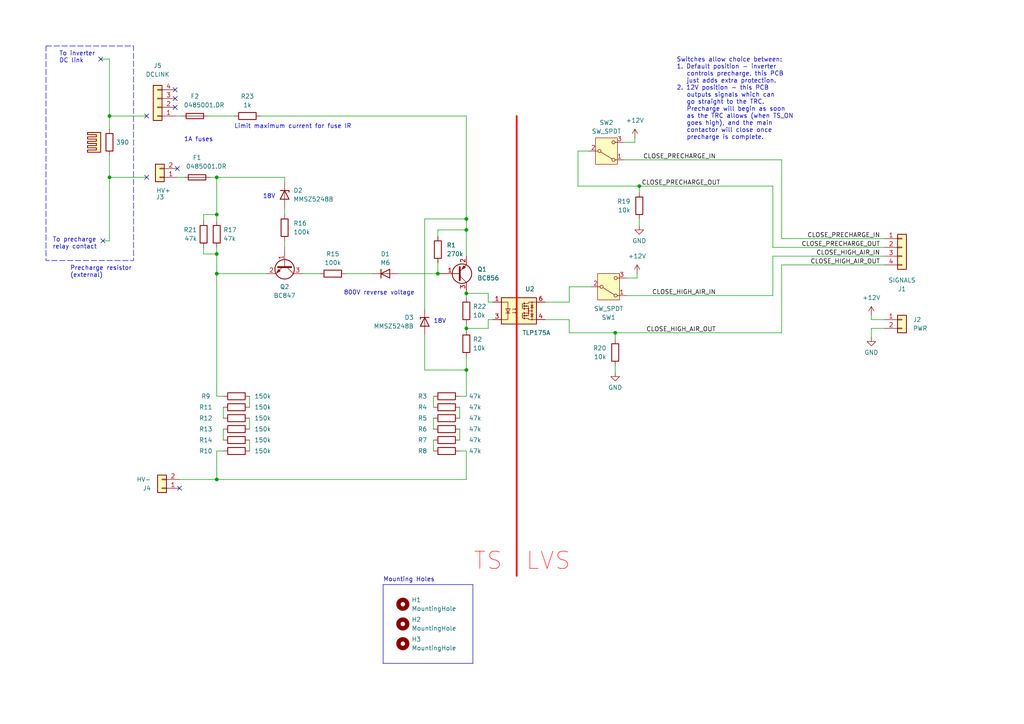
<source format=kicad_sch>
(kicad_sch (version 20230121) (generator eeschema)
  (paper "A4")
  (title_block (title "Precharge") (date "2024-03-19") (rev "v1.0.1") (company "SUFST - Southampton University Formula Student Team") (comment 1 "STAG X") (comment 2 "Joe Pater"))
  (lib_symbols
    (symbol "Connector_Generic:Conn_01x02" (pin_names (offset 1.016) hide)
      (property "Reference" "J" (at 0 2.54 0))
      (property "Value" "Conn_01x02" (at 0 -5.08 0))
      (symbol "Conn_01x02_1_1"
        (rectangle (start -1.27 -2.413) (end 0 -2.667) (stroke (width 0.1524)))
        (rectangle (start -1.27 0.127) (end 0 -0.127) (stroke (width 0.1524)))
        (rectangle (start -1.27 1.27) (end 1.27 -3.81) (stroke (width 0.254)) (fill (type background)))
        (pin passive line (at -5.08 0 0) (length 3.81) (name "Pin_1") (number "1"))
        (pin passive line (at -5.08 -2.54 0) (length 3.81) (name "Pin_2") (number "2"))
      )
    )
    (symbol "Connector_Generic:Conn_01x04" (pin_names (offset 1.016) hide)
      (property "Reference" "J" (at 0 5.08 0))
      (property "Value" "Conn_01x04" (at 0 -7.62 0))
      (symbol "Conn_01x04_1_1"
        (rectangle (start -1.27 -4.953) (end 0 -5.207) (stroke (width 0.1524)))
        (rectangle (start -1.27 -2.413) (end 0 -2.667) (stroke (width 0.1524)))
        (rectangle (start -1.27 0.127) (end 0 -0.127) (stroke (width 0.1524)))
        (rectangle (start -1.27 2.667) (end 0 2.413) (stroke (width 0.1524)))
        (rectangle (start -1.27 3.81) (end 1.27 -6.35) (stroke (width 0.254)) (fill (type background)))
        (pin passive line (at -5.08 2.54 0) (length 3.81) (name "Pin_1") (number "1"))
        (pin passive line (at -5.08 0 0) (length 3.81) (name "Pin_2") (number "2"))
        (pin passive line (at -5.08 -2.54 0) (length 3.81) (name "Pin_3") (number "3"))
        (pin passive line (at -5.08 -5.08 0) (length 3.81) (name "Pin_4") (number "4"))
      )
    )
    (symbol "Device:D" (pin_numbers hide) (pin_names (offset 1.016) hide)
      (property "Reference" "D" (at 0 2.54 0))
      (property "Value" "D" (at 0 -2.54 0))
      (symbol "D_0_1"
        (polyline (pts (xy -1.27 1.27) (xy -1.27 -1.27)) (stroke (width 0.254)))
        (polyline (pts (xy 1.27 0) (xy -1.27 0)))
        (polyline (pts (xy 1.27 1.27) (xy 1.27 -1.27) (xy -1.27 0) (xy 1.27 1.27)) (stroke (width 0.254)))
      )
      (symbol "D_1_1"
        (pin passive line (at -3.81 0 0) (length 2.54) (name "K") (number "1"))
        (pin passive line (at 3.81 0 180) (length 2.54) (name "A") (number "2"))
      )
    )
    (symbol "Device:D_Zener" (pin_numbers hide) (pin_names (offset 1.016) hide)
      (property "Reference" "D" (at 0 2.54 0))
      (property "Value" "D_Zener" (at 0 -2.54 0))
      (symbol "D_Zener_0_1"
        (polyline (pts (xy 1.27 0) (xy -1.27 0)))
        (polyline (pts (xy -1.27 -1.27) (xy -1.27 1.27) (xy -0.762 1.27)) (stroke (width 0.254)))
        (polyline (pts (xy 1.27 -1.27) (xy 1.27 1.27) (xy -1.27 0) (xy 1.27 -1.27)) (stroke (width 0.254)))
      )
      (symbol "D_Zener_1_1"
        (pin passive line (at -3.81 0 0) (length 2.54) (name "K") (number "1"))
        (pin passive line (at 3.81 0 180) (length 2.54) (name "A") (number "2"))
      )
    )
    (symbol "Device:Fuse" (pin_numbers hide) (pin_names (offset 0))
      (property "Reference" "F" (at 2.032 0 90))
      (property "Value" "Fuse" (at -1.905 0 90))
      (symbol "Fuse_0_1"
        (rectangle (start -0.762 -2.54) (end 0.762 2.54) (stroke (width 0.254)))
        (polyline (pts (xy 0 2.54) (xy 0 -2.54)))
      )
      (symbol "Fuse_1_1"
        (pin passive line (at 0 3.81 270) (length 1.27) (name "~") (number "1"))
        (pin passive line (at 0 -3.81 90) (length 1.27) (name "~") (number "2"))
      )
    )
    (symbol "Device:R" (pin_numbers hide) (pin_names (offset 0))
      (property "Reference" "R" (at 2.032 0 90))
      (property "Value" "R" (at 0 0 90))
      (symbol "R_0_1"
        (rectangle (start -1.016 -2.54) (end 1.016 2.54) (stroke (width 0.254)))
      )
      (symbol "R_1_1"
        (pin passive line (at 0 3.81 270) (length 1.27) (name "~") (number "1"))
        (pin passive line (at 0 -3.81 90) (length 1.27) (name "~") (number "2"))
      )
    )
    (symbol "Mechanical:Heatsink" (pin_names (offset 1.016))
      (property "Reference" "HS" (at 0 5.08 0))
      (property "Value" "Heatsink" (at 0 -1.27 0))
      (symbol "Heatsink_0_1"
        (polyline (pts (xy -0.3302 1.27) (xy -0.9652 1.27) (xy -0.9652 3.81) (xy -1.6002 3.81) (xy -1.6002 1.27) (xy -2.2352 1.27) (xy -2.2352 3.81) (xy -2.8702 3.81) (xy -2.8702 0) (xy -0.9652 0)) (stroke (width 0.254)) (fill (type background)))
        (polyline (pts (xy -0.3302 1.27) (xy -0.3302 3.81) (xy 0.3048 3.81) (xy 0.3048 1.27) (xy 0.9398 1.27) (xy 0.9398 3.81) (xy 1.5748 3.81) (xy 1.5748 1.27) (xy 2.2098 1.27) (xy 2.2098 3.81) (xy 2.8448 3.81) (xy 2.8448 0) (xy -0.9652 0)) (stroke (width 0.254)) (fill (type background)))
      )
    )
    (symbol "Mechanical:MountingHole" (pin_names (offset 1.016))
      (property "Reference" "H" (at 0 5.08 0))
      (property "Value" "MountingHole" (at 0 3.175 0))
      (symbol "MountingHole_0_1"
        (circle (center 0 0) (radius 1.27) (stroke (width 1.27)))
      )
    )
    (symbol "Relay_SolidState:TLP175A"
      (property "Reference" "U" (at -5.08 4.953 0))
      (property "Value" "TLP175A" (at -5.08 -5.08 0))
      (symbol "TLP175A_0_1"
        (rectangle (start -5.08 3.81) (end 5.08 -3.81) (stroke (width 0.254)) (fill (type background)))
        (polyline (pts (xy -3.81 -0.635) (xy -2.54 -0.635)))
        (polyline (pts (xy 1.016 -0.635) (xy 1.016 -2.159)) (stroke (width 0.2032)))
        (polyline (pts (xy 1.016 2.159) (xy 1.016 0.635)) (stroke (width 0.2032)))
        (polyline (pts (xy 1.524 -0.508) (xy 1.524 -0.762)) (stroke (width 0.3556)))
        (polyline (pts (xy 2.794 0) (xy 3.81 0)))
        (polyline (pts (xy 3.429 -1.651) (xy 4.191 -1.651)))
        (polyline (pts (xy 3.429 1.651) (xy 4.191 1.651)))
        (polyline (pts (xy 3.81 -2.54) (xy 3.81 2.54)))
        (polyline (pts (xy 1.524 -2.032) (xy 1.524 -2.286) (xy 1.524 -2.286)) (stroke (width 0.3556)))
        (polyline (pts (xy 1.524 -1.27) (xy 1.524 -1.524) (xy 1.524 -1.524)) (stroke (width 0.3556)))
        (polyline (pts (xy 1.524 0.762) (xy 1.524 0.508) (xy 1.524 0.508)) (stroke (width 0.3556)))
        (polyline (pts (xy 1.524 1.524) (xy 1.524 1.27) (xy 1.524 1.27)) (stroke (width 0.3556)))
        (polyline (pts (xy 1.524 2.286) (xy 1.524 2.032) (xy 1.524 2.032)) (stroke (width 0.3556)))
        (polyline (pts (xy 1.651 -1.397) (xy 2.794 -1.397) (xy 2.794 -0.635)))
        (polyline (pts (xy 1.651 1.397) (xy 2.794 1.397) (xy 2.794 0.635)))
        (polyline (pts (xy -5.08 2.54) (xy -3.175 2.54) (xy -3.175 -2.54) (xy -5.08 -2.54)))
        (polyline (pts (xy -3.175 -0.635) (xy -3.81 0.635) (xy -2.54 0.635) (xy -3.175 -0.635)))
        (polyline (pts (xy 1.651 -2.159) (xy 2.794 -2.159) (xy 2.794 -2.54) (xy 5.08 -2.54)))
        (polyline (pts (xy 1.651 -0.635) (xy 2.794 -0.635) (xy 2.794 0.635) (xy 1.651 0.635)))
        (polyline (pts (xy 1.651 2.159) (xy 2.794 2.159) (xy 2.794 2.54) (xy 5.08 2.54)))
        (polyline (pts (xy 1.778 -1.397) (xy 2.286 -1.27) (xy 2.286 -1.524) (xy 1.778 -1.397)))
        (polyline (pts (xy 1.778 1.397) (xy 2.286 1.524) (xy 2.286 1.27) (xy 1.778 1.397)))
        (polyline (pts (xy 3.81 -1.651) (xy 3.429 -0.889) (xy 4.191 -0.889) (xy 3.81 -1.651)))
        (polyline (pts (xy 3.81 1.651) (xy 3.429 0.889) (xy 4.191 0.889) (xy 3.81 1.651)))
        (polyline (pts (xy -1.905 -0.508) (xy -0.635 -0.508) (xy -1.016 -0.635) (xy -1.016 -0.381) (xy -0.635 -0.508)))
        (polyline (pts (xy -1.905 0.508) (xy -0.635 0.508) (xy -1.016 0.381) (xy -1.016 0.635) (xy -0.635 0.508)))
        (circle (center 2.794 -0.635) (radius 0.127))
        (circle (center 2.794 0) (radius 0.127))
        (circle (center 2.794 0.635) (radius 0.127))
        (circle (center 3.81 -2.54) (radius 0.127))
        (circle (center 3.81 0) (radius 0.127))
        (circle (center 3.81 2.54) (radius 0.127))
      )
      (symbol "TLP175A_1_1"
        (pin passive line (at -7.62 2.54 0) (length 2.54) (name "~") (number "1"))
        (pin passive line (at -7.62 -2.54 0) (length 2.54) (name "~") (number "3"))
        (pin passive line (at 7.62 -2.54 180) (length 2.54) (name "~") (number "4"))
        (pin passive line (at 7.62 2.54 180) (length 2.54) (name "~") (number "6"))
      )
    )
    (symbol "Switch:SW_SPDT" (pin_names (offset 0) hide)
      (property "Reference" "SW" (at 0 5.08 0))
      (property "Value" "SW_SPDT" (at 0 -5.08 0))
      (symbol "SW_SPDT_0_1"
        (circle (center -2.032 0) (radius 0.4572))
        (polyline (pts (xy -1.651 0.254) (xy 1.651 2.286)))
        (circle (center 2.032 -2.54) (radius 0.4572))
        (circle (center 2.032 2.54) (radius 0.4572))
      )
      (symbol "SW_SPDT_1_1"
        (rectangle (start -3.175 3.81) (end 3.175 -3.81) (fill (type background)))
        (pin passive line (at 5.08 2.54 180) (length 2.54) (name "A") (number "1"))
        (pin passive line (at -5.08 0 0) (length 2.54) (name "B") (number "2"))
        (pin passive line (at 5.08 -2.54 180) (length 2.54) (name "C") (number "3"))
      )
    )
    (symbol "Transistor_BJT:BC847" (pin_names (offset 0) hide)
      (property "Reference" "Q" (at 5.08 1.905 0))
      (property "Value" "BC847" (at 5.08 0 0))
      (symbol "BC847_0_1"
        (polyline (pts (xy 0.635 0.635) (xy 2.54 2.54)))
        (polyline (pts (xy 0.635 -0.635) (xy 2.54 -2.54) (xy 2.54 -2.54)))
        (polyline (pts (xy 0.635 1.905) (xy 0.635 -1.905) (xy 0.635 -1.905)) (stroke (width 0.508)))
        (polyline (pts (xy 1.27 -1.778) (xy 1.778 -1.27) (xy 2.286 -2.286) (xy 1.27 -1.778) (xy 1.27 -1.778)) (fill (type outline)))
        (circle (center 1.27 0) (radius 2.8194) (stroke (width 0.254)))
      )
      (symbol "BC847_1_1"
        (pin input line (at -5.08 0 0) (length 5.715) (name "B") (number "1"))
        (pin passive line (at 2.54 -5.08 90) (length 2.54) (name "E") (number "2"))
        (pin passive line (at 2.54 5.08 270) (length 2.54) (name "C") (number "3"))
      )
    )
    (symbol "Transistor_BJT:BC856" (pin_names (offset 0) hide)
      (property "Reference" "Q" (at 5.08 1.905 0))
      (property "Value" "BC856" (at 5.08 0 0))
      (symbol "BC856_0_1"
        (polyline (pts (xy 0.635 0.635) (xy 2.54 2.54)))
        (polyline (pts (xy 0.635 -0.635) (xy 2.54 -2.54) (xy 2.54 -2.54)))
        (polyline (pts (xy 0.635 1.905) (xy 0.635 -1.905) (xy 0.635 -1.905)) (stroke (width 0.508)))
        (polyline (pts (xy 2.286 -1.778) (xy 1.778 -2.286) (xy 1.27 -1.27) (xy 2.286 -1.778) (xy 2.286 -1.778)) (fill (type outline)))
        (circle (center 1.27 0) (radius 2.8194) (stroke (width 0.254)))
      )
      (symbol "BC856_1_1"
        (pin input line (at -5.08 0 0) (length 5.715) (name "B") (number "1"))
        (pin passive line (at 2.54 -5.08 90) (length 2.54) (name "E") (number "2"))
        (pin passive line (at 2.54 5.08 270) (length 2.54) (name "C") (number "3"))
      )
    )
    (symbol "power:+12V" (power) (pin_names (offset 0))
      (property "Value" "+12V" (at 0 3.556 0))
      (symbol "+12V_0_1"
        (polyline (pts (xy -0.762 1.27) (xy 0 2.54)))
        (polyline (pts (xy 0 0) (xy 0 2.54)))
        (polyline (pts (xy 0 2.54) (xy 0.762 1.27)))
      )
      (symbol "+12V_1_1"
        (pin power_in line (at 0 0 90) (length 0) hide (name "+12V") (number "1"))
      )
    )
    (symbol "power:GND" (power) (pin_names (offset 0))
      (property "Value" "GND" (at 0 -3.81 0))
      (symbol "GND_0_1"
        (polyline (pts (xy 0 0) (xy 0 -1.27) (xy 1.27 -1.27) (xy 0 -2.54) (xy -1.27 -1.27) (xy 0 -1.27)))
      )
      (symbol "GND_1_1"
        (pin power_in line (at 0 0 270) (length 0) hide (name "GND") (number "1"))
      )
    )
  )
  (junction (at 178.435 96.52))
  (junction (at 135.255 95.25))
  (junction (at 62.865 139.065))
  (junction (at 62.865 79.375))
  (junction (at 31.75 33.655))
  (junction (at 135.255 107.315))
  (junction (at 185.42 53.975))
  (junction (at 62.865 51.435))
  (junction (at 127 79.375))
  (junction (at 31.75 51.435))
  (junction (at 62.865 73.66))
  (junction (at 135.255 85.09))
  (junction (at 62.865 62.23))
  (junction (at 135.255 63.5))
  (junction (at 135.255 66.675))
  (no_connect (at 52.07 141.605))
  (no_connect (at 51.435 48.895))
  (no_connect (at 42.545 33.655))
  (no_connect (at 50.8 28.575))
  (no_connect (at 50.8 31.115))
  (no_connect (at 29.845 69.85))
  (no_connect (at 50.8 26.035))
  (no_connect (at 29.21 17.145))
  (no_connect (at 42.545 51.435))
  (wire (pts (xy 158.115 92.71) (xy 165.1 92.71)))
  (wire (pts (xy 135.255 74.295) (xy 135.255 66.675)))
  (wire (pts (xy 252.73 91.44) (xy 252.73 92.71)))
  (wire (pts (xy 167.64 53.975) (xy 185.42 53.975)))
  (polyline (pts (xy 111.125 169.545) (xy 111.125 192.405)))
  (wire (pts (xy 224.155 71.755) (xy 256.54 71.755)))
  (wire (pts (xy 185.42 63.5) (xy 185.42 65.405)))
  (wire (pts (xy 82.55 51.435) (xy 82.55 52.705)))
  (wire (pts (xy 135.255 85.09) (xy 135.255 86.36)))
  (wire (pts (xy 224.155 53.975) (xy 224.155 71.755)))
  (wire (pts (xy 72.39 127.635) (xy 72.39 130.81)))
  (wire (pts (xy 226.695 69.215) (xy 256.54 69.215)))
  (wire (pts (xy 178.435 106.045) (xy 178.435 107.95)))
  (wire (pts (xy 64.77 130.81) (xy 62.865 130.81)))
  (wire (pts (xy 123.19 107.315) (xy 135.255 107.315)))
  (polyline (pts (xy 111.125 192.405) (xy 137.16 192.405)))
  (wire (pts (xy 59.055 71.755) (xy 59.055 73.66)))
  (wire (pts (xy 62.865 79.375) (xy 62.865 73.66)))
  (wire (pts (xy 123.19 89.535) (xy 123.19 63.5)))
  (wire (pts (xy 31.75 51.435) (xy 31.75 69.85)))
  (wire (pts (xy 167.64 43.815) (xy 170.815 43.815)))
  (wire (pts (xy 50.8 33.655) (xy 52.705 33.655)))
  (wire (pts (xy 226.695 76.835) (xy 256.54 76.835)))
  (wire (pts (xy 135.255 114.935) (xy 133.35 114.935)))
  (wire (pts (xy 184.785 79.375) (xy 184.785 80.645)))
  (wire (pts (xy 165.1 87.63) (xy 158.115 87.63)))
  (polyline (pts (xy 111.125 169.545) (xy 137.16 169.545)))
  (wire (pts (xy 125.73 127.635) (xy 125.73 130.81)))
  (wire (pts (xy 133.35 118.11) (xy 133.35 121.285)))
  (polyline (pts (xy 137.16 192.405) (xy 137.16 169.545)))
  (wire (pts (xy 62.865 79.375) (xy 62.865 114.935)))
  (wire (pts (xy 82.55 69.85) (xy 82.55 71.755)))
  (wire (pts (xy 115.57 79.375) (xy 127 79.375)))
  (wire (pts (xy 165.1 92.71) (xy 165.1 96.52)))
  (wire (pts (xy 125.73 121.285) (xy 125.73 124.46)))
  (wire (pts (xy 180.975 41.275) (xy 184.15 41.275)))
  (wire (pts (xy 167.64 53.975) (xy 167.64 43.815)))
  (wire (pts (xy 52.07 139.065) (xy 62.865 139.065)))
  (wire (pts (xy 100.33 79.375) (xy 107.95 79.375)))
  (wire (pts (xy 226.695 96.52) (xy 226.695 76.835)))
  (wire (pts (xy 127 66.675) (xy 127 68.58)))
  (wire (pts (xy 185.42 53.975) (xy 224.155 53.975)))
  (wire (pts (xy 75.565 33.655) (xy 135.255 33.655)))
  (wire (pts (xy 31.75 33.655) (xy 31.75 17.145)))
  (wire (pts (xy 72.39 114.935) (xy 72.39 118.11)))
  (wire (pts (xy 141.605 87.63) (xy 142.875 87.63)))
  (wire (pts (xy 252.73 92.71) (xy 256.54 92.71)))
  (wire (pts (xy 135.255 66.675) (xy 127 66.675)))
  (wire (pts (xy 252.73 97.79) (xy 252.73 95.25)))
  (wire (pts (xy 141.605 85.09) (xy 141.605 87.63)))
  (wire (pts (xy 135.255 33.655) (xy 135.255 63.5)))
  (wire (pts (xy 185.42 55.88) (xy 185.42 53.975)))
  (wire (pts (xy 135.255 130.81) (xy 135.255 139.065)))
  (wire (pts (xy 165.1 83.185) (xy 171.45 83.185)))
  (wire (pts (xy 64.77 118.11) (xy 64.77 121.285)))
  (wire (pts (xy 64.77 124.46) (xy 64.77 127.635)))
  (wire (pts (xy 72.39 121.285) (xy 72.39 124.46)))
  (wire (pts (xy 60.325 33.655) (xy 67.945 33.655)))
  (wire (pts (xy 62.865 64.135) (xy 62.865 62.23)))
  (wire (pts (xy 59.055 64.135) (xy 59.055 62.23)))
  (wire (pts (xy 224.155 85.725) (xy 224.155 74.295)))
  (wire (pts (xy 226.695 46.355) (xy 226.695 69.215)))
  (wire (pts (xy 141.605 92.71) (xy 142.875 92.71)))
  (wire (pts (xy 59.055 73.66) (xy 62.865 73.66)))
  (wire (pts (xy 31.75 45.085) (xy 31.75 51.435)))
  (wire (pts (xy 141.605 95.25) (xy 135.255 95.25)))
  (wire (pts (xy 127 76.2) (xy 127 79.375)))
  (wire (pts (xy 135.255 63.5) (xy 135.255 66.675)))
  (wire (pts (xy 180.975 46.355) (xy 226.695 46.355)))
  (wire (pts (xy 123.19 63.5) (xy 135.255 63.5)))
  (wire (pts (xy 252.73 95.25) (xy 256.54 95.25)))
  (wire (pts (xy 62.865 139.065) (xy 135.255 139.065)))
  (wire (pts (xy 135.255 107.315) (xy 135.255 103.505)))
  (wire (pts (xy 77.47 79.375) (xy 62.865 79.375)))
  (wire (pts (xy 141.605 95.25) (xy 141.605 92.71)))
  (wire (pts (xy 82.55 60.325) (xy 82.55 62.23)))
  (wire (pts (xy 87.63 79.375) (xy 92.71 79.375)))
  (wire (pts (xy 178.435 96.52) (xy 226.695 96.52)))
  (wire (pts (xy 181.61 80.645) (xy 184.785 80.645)))
  (wire (pts (xy 133.35 124.46) (xy 133.35 127.635)))
  (wire (pts (xy 127 79.375) (xy 127.635 79.375)))
  (wire (pts (xy 181.61 85.725) (xy 224.155 85.725)))
  (wire (pts (xy 59.055 62.23) (xy 62.865 62.23)))
  (wire (pts (xy 135.255 85.09) (xy 135.255 84.455)))
  (polyline (pts (xy 149.86 33.655) (xy 149.86 167.005)) (stroke (width 0.5) (color 255 0 0 1)))
  (wire (pts (xy 224.155 74.295) (xy 256.54 74.295)))
  (wire (pts (xy 141.605 85.09) (xy 135.255 85.09)))
  (wire (pts (xy 62.865 73.66) (xy 62.865 71.755)))
  (wire (pts (xy 178.435 98.425) (xy 178.435 96.52)))
  (wire (pts (xy 184.15 40.005) (xy 184.15 41.275)))
  (wire (pts (xy 31.75 37.465) (xy 31.75 33.655)))
  (wire (pts (xy 62.865 51.435) (xy 82.55 51.435)))
  (wire (pts (xy 51.435 51.435) (xy 53.34 51.435)))
  (wire (pts (xy 62.865 114.935) (xy 64.77 114.935)))
  (wire (pts (xy 62.865 62.23) (xy 62.865 51.435)))
  (wire (pts (xy 135.255 95.25) (xy 135.255 95.885)))
  (wire (pts (xy 62.865 130.81) (xy 62.865 139.065)))
  (wire (pts (xy 133.35 130.81) (xy 135.255 130.81)))
  (wire (pts (xy 165.1 83.185) (xy 165.1 87.63)))
  (wire (pts (xy 135.255 95.25) (xy 135.255 93.98)))
  (wire (pts (xy 165.1 96.52) (xy 178.435 96.52)))
  (wire (pts (xy 29.21 17.145) (xy 31.75 17.145)))
  (wire (pts (xy 123.19 97.155) (xy 123.19 107.315)))
  (wire (pts (xy 125.73 114.935) (xy 125.73 118.11)))
  (wire (pts (xy 31.75 51.435) (xy 42.545 51.435)))
  (wire (pts (xy 31.75 33.655) (xy 42.545 33.655)))
  (wire (pts (xy 29.845 69.85) (xy 31.75 69.85)))
  (wire (pts (xy 60.96 51.435) (xy 62.865 51.435)))
  (wire (pts (xy 135.255 107.315) (xy 135.255 114.935)))
  (rectangle (start 13.335 13.335) (end 38.735 75.565) (stroke (width 0) (type dash)))
  (text "18V" (at 76.2 57.785 0) (effects (font (size 1.27 1.27)) (justify left bottom)))
  (text "Switches allow choice between:\n1. Default position - inverter\n   controls precharge, this PCB\n   just adds extra protection.\n2. 12V position - this PCB\n   outputs signals which can\n   go straight to the TRC.\n   Precharge will begin as soon\n   as the TRC allows (when TS_ON\n   goes high), and the main\n   contactor will close once\n   precharge is complete." (at 196.215 40.64 0) (effects (font (size 1.27 1.27)) (justify left bottom)))
  (text "To precharge\nrelay contact" (at 15.24 72.39 0) (effects (font (size 1.27 1.27)) (justify left bottom)))
  (text "18V" (at 125.73 93.98 0) (effects (font (size 1.27 1.27)) (justify left bottom)))
  (text "LVS" (at 152.4 165.735 0) (effects (font (size 5 5)) (justify left bottom)))
  (text "Mounting Holes" (at 111.125 168.91 0) (effects (font (size 1.27 1.27)) (justify left bottom)))
  (text "To inverter\nDC link" (at 17.145 18.415 0) (effects (font (size 1.27 1.27)) (justify left bottom)))
  (text "TS" (at 137.16 165.735 0) (effects (font (size 5 5)) (justify left bottom)))
  (text "Precharge resistor\n(external)" (at 20.32 80.645 0) (effects (font (size 1.27 1.27)) (justify left bottom)))
  (text "Limit maximum current for fuse IR" (at 67.945 37.465 0) (effects (font (size 1.27 1.27)) (justify left bottom)))
  (text "800V reverse voltage" (at 99.695 85.725 0) (effects (font (size 1.27 1.27)) (justify left bottom)))
  (text "1A fuses" (at 53.34 41.275 0) (effects (font (size 1.27 1.27)) (justify left bottom)))
  (label "CLOSE_PRECHARGE_OUT" (at 208.915 53.975 180))
  (label "CLOSE_HIGH_AIR_OUT" (at 207.645 96.52 180))
  (label "CLOSE_HIGH_AIR_IN" (at 207.645 85.725 180))
  (label "CLOSE_HIGH_AIR_OUT" (at 255.27 76.835 180))
  (label "CLOSE_PRECHARGE_IN" (at 255.27 69.215 180))
  (label "CLOSE_PRECHARGE_IN" (at 207.645 46.355 180))
  (label "CLOSE_PRECHARGE_OUT" (at 255.27 71.755 180))
  (label "CLOSE_HIGH_AIR_IN" (at 255.27 74.295 180))
  (symbol (lib_id "Device:Fuse") (at 57.15 51.435 90) (unit 1)
    (property "Reference" "F1" (at 57.15 45.72 90))
    (property "Value" "0485001.DR " (at 60.325 48.26 90))
    (property "Footprint" "SUFST:Littelfuse-0485" (effects hide))
    (property "Order Code" "576-0485001.DR " (effects hide))
  )
  (symbol (lib_id "Device:R") (at 68.58 121.285 90) (unit 1)
    (property "Reference" "R12" (at 59.69 121.285 90))
    (property "Value" "150k" (at 76.2 121.285 90))
    (property "Footprint" "Resistor_SMD:R_0805_2012Metric_Pad1.20x1.40mm_HandSolder" (effects hide))
  )
  (symbol (lib_id "power:GND") (at 252.73 97.79 0) (unit 1)
    (property "Reference" "#PWR06" (effects hide))
    (property "Value" "GND" (at 252.73 102.235 0))
  )
  (symbol (lib_id "power:+12V") (at 252.73 91.44 0) (unit 1)
    (property "Reference" "#PWR02" (effects hide))
    (property "Value" "+12V" (at 252.73 86.36 0))
  )
  (symbol (lib_id "power:GND") (at 185.42 65.405 0) (unit 1)
    (property "Reference" "#PWR03" (effects hide))
    (property "Value" "GND" (at 185.42 69.85 0))
  )
  (symbol (lib_id "Connector_Generic:Conn_01x04") (at 45.72 31.115 180) (unit 1)
    (property "Reference" "J5" (at 45.72 19.05 0))
    (property "Value" "DCLINK" (at 45.72 21.59 0))
    (property "Footprint" "SUFST:Molex_Micro-Fit_3.0_43045-0412_2x02_P3.00mm_Vertical" (effects hide))
    (property "Order Code" "538-43045-0412" (effects hide))
  )
  (symbol (lib_id "Device:R") (at 129.54 124.46 270) (mirror x) (unit 1)
    (property "Reference" "R6" (at 122.555 124.46 90))
    (property "Value" "47k" (at 137.795 124.46 90))
    (property "Footprint" "Resistor_SMD:R_2512_6332Metric_Pad1.40x3.35mm_HandSolder" (effects hide))
  )
  (symbol (lib_id "Device:D") (at 111.76 79.375 0) (unit 1)
    (property "Reference" "D1" (at 111.76 73.66 0))
    (property "Value" "M6" (at 111.76 76.2 0))
    (property "Footprint" "Diode_SMD:D_SMA_Handsoldering" (effects hide))
    (property "Sim.Device" "D" (effects hide))
    (property "Sim.Pins" "1=K 2=A" (effects hide))
    (property "Order Code" "637-M6" (effects hide))
  )
  (symbol (lib_id "Device:R") (at 129.54 121.285 270) (mirror x) (unit 1)
    (property "Reference" "R5" (at 122.555 121.285 90))
    (property "Value" "47k" (at 137.795 121.285 90))
    (property "Footprint" "Resistor_SMD:R_2512_6332Metric_Pad1.40x3.35mm_HandSolder" (effects hide))
  )
  (symbol (lib_id "Device:R") (at 129.54 127.635 270) (mirror x) (unit 1)
    (property "Reference" "R7" (at 122.555 127.635 90))
    (property "Value" "47k" (at 137.795 127.635 90))
    (property "Footprint" "Resistor_SMD:R_2512_6332Metric_Pad1.40x3.35mm_HandSolder" (effects hide))
  )
  (symbol (lib_id "Device:R") (at 129.54 114.935 270) (mirror x) (unit 1)
    (property "Reference" "R3" (at 122.555 114.935 90))
    (property "Value" "47k" (at 137.795 114.935 90))
    (property "Footprint" "Resistor_SMD:R_2512_6332Metric_Pad1.40x3.35mm_HandSolder" (effects hide))
  )
  (symbol (lib_id "Device:R") (at 178.435 102.235 0) (mirror y) (unit 1)
    (property "Reference" "R20" (at 175.895 100.965 0) (effects (justify left)))
    (property "Value" "10k" (at 175.895 103.505 0) (effects (justify left)))
    (property "Footprint" "Resistor_SMD:R_0805_2012Metric_Pad1.20x1.40mm_HandSolder" (effects hide))
  )
  (symbol (lib_id "Device:R") (at 68.58 127.635 90) (unit 1)
    (property "Reference" "R14" (at 59.69 127.635 90))
    (property "Value" "150k" (at 76.2 127.635 90))
    (property "Footprint" "Resistor_SMD:R_0805_2012Metric_Pad1.20x1.40mm_HandSolder" (effects hide))
  )
  (symbol (lib_id "power:+12V") (at 184.15 40.005 0) (unit 1)
    (property "Reference" "#PWR05" (effects hide))
    (property "Value" "+12V" (at 184.15 34.925 0))
  )
  (symbol (lib_id "Device:R") (at 96.52 79.375 90) (unit 1)
    (property "Reference" "R15" (at 96.52 73.66 90))
    (property "Value" "100k" (at 96.52 76.2 90))
    (property "Footprint" "Resistor_SMD:R_0805_2012Metric_Pad1.20x1.40mm_HandSolder" (effects hide))
  )
  (symbol (lib_id "Mechanical:MountingHole") (at 116.84 175.26 0) (unit 1) (in_bom no)
    (property "Reference" "H1" (at 119.38 173.9899 0) (effects (justify left)))
    (property "Value" "MountingHole" (at 119.38 176.5299 0) (effects (justify left)))
    (property "Footprint" "MountingHole:MountingHole_4.3mm_M4" (effects hide))
  )
  (symbol (lib_id "Switch:SW_SPDT") (at 175.895 43.815 0) (mirror x) (unit 1)
    (property "Reference" "SW2" (at 175.895 35.56 0))
    (property "Value" "SW_SPDT" (at 175.895 38.1 0))
    (property "Footprint" "Connector_PinSocket_2.54mm:PinSocket_1x03_P2.54mm_Vertical" (effects hide))
  )
  (symbol (lib_id "Device:R") (at 185.42 59.69 0) (mirror y) (unit 1)
    (property "Reference" "R19" (at 182.88 58.42 0) (effects (justify left)))
    (property "Value" "10k" (at 182.88 60.96 0) (effects (justify left)))
    (property "Footprint" "Resistor_SMD:R_0805_2012Metric_Pad1.20x1.40mm_HandSolder" (effects hide))
  )
  (symbol (lib_id "Connector_Generic:Conn_01x02") (at 46.355 51.435 180) (unit 1)
    (property "Reference" "J3" (at 47.625 57.15 0) (effects (justify left)))
    (property "Value" "HV+" (at 49.53 55.245 0) (effects (justify left)))
    (property "Footprint" "SUFST:Molex_Micro-Fit_3.0_43045-0212_2x01_P3.00mm_Vertical" (effects hide))
    (property "Order Code" "538-430-45-0212" (effects hide))
    (property "Supplier" "Mouser" (effects hide))
  )
  (symbol (lib_id "Device:R") (at 82.55 66.04 0) (unit 1)
    (property "Reference" "R16" (at 85.09 64.77 0) (effects (justify left)))
    (property "Value" "100k" (at 85.09 67.31 0) (effects (justify left)))
    (property "Footprint" "Resistor_SMD:R_0805_2012Metric_Pad1.20x1.40mm_HandSolder" (effects hide))
  )
  (symbol (lib_id "Device:D_Zener") (at 82.55 56.515 270) (unit 1)
    (property "Reference" "D2" (at 85.09 55.245 90) (effects (justify left)))
    (property "Value" "MMSZ5248B" (at 85.09 57.785 90) (effects (justify left)))
    (property "Footprint" "Diode_SMD:D_SOD-123" (effects hide))
    (property "Order Code" "637-MMSZ5248B" (effects hide))
  )
  (symbol (lib_id "Device:R") (at 68.58 114.935 90) (unit 1)
    (property "Reference" "R9" (at 59.69 114.935 90))
    (property "Value" "150k" (at 76.2 114.935 90))
    (property "Footprint" "Resistor_SMD:R_0805_2012Metric_Pad1.20x1.40mm_HandSolder" (effects hide))
  )
  (symbol (lib_id "Device:R") (at 68.58 124.46 90) (unit 1)
    (property "Reference" "R13" (at 59.69 124.46 90))
    (property "Value" "150k" (at 76.2 124.46 90))
    (property "Footprint" "Resistor_SMD:R_0805_2012Metric_Pad1.20x1.40mm_HandSolder" (effects hide))
  )
  (symbol (lib_id "Device:R") (at 129.54 118.11 270) (mirror x) (unit 1)
    (property "Reference" "R4" (at 122.555 118.11 90))
    (property "Value" "47k" (at 137.795 118.11 90))
    (property "Footprint" "Resistor_SMD:R_2512_6332Metric_Pad1.40x3.35mm_HandSolder" (effects hide))
  )
  (symbol (lib_id "Device:R") (at 127 72.39 0) (unit 1)
    (property "Reference" "R1" (at 129.54 71.12 0) (effects (justify left)))
    (property "Value" "270k" (at 129.54 73.66 0) (effects (justify left)))
    (property "Footprint" "Resistor_SMD:R_0805_2012Metric_Pad1.20x1.40mm_HandSolder" (effects hide))
  )
  (symbol (lib_id "Device:R") (at 135.255 99.695 0) (unit 1)
    (property "Reference" "R2" (at 137.16 98.425 0) (effects (justify left)))
    (property "Value" "10k" (at 137.16 100.965 0) (effects (justify left)))
    (property "Footprint" "Resistor_SMD:R_0805_2012Metric_Pad1.20x1.40mm_HandSolder" (effects hide))
  )
  (symbol (lib_id "Device:R") (at 68.58 130.81 90) (unit 1)
    (property "Reference" "R10" (at 59.69 130.81 90))
    (property "Value" "150k" (at 76.2 130.81 90))
    (property "Footprint" "Resistor_SMD:R_0805_2012Metric_Pad1.20x1.40mm_HandSolder" (effects hide))
  )
  (symbol (lib_id "Transistor_BJT:BC847") (at 82.55 76.835 270) (unit 1)
    (property "Reference" "Q2" (at 82.55 83.185 90))
    (property "Value" "BC847" (at 82.55 85.725 90))
    (property "Footprint" "Package_TO_SOT_SMD:SOT-23" (effects hide))
    (property "Datasheet" "http://www.infineon.com/dgdl/Infineon-BC847SERIES_BC848SERIES_BC849SERIES_BC850SERIES-DS-v01_01-en.pdf?fileId=db3a304314dca389011541d4630a1657" (effects hide))
    (property "Order Code" "771-BC847A-T/R " (effects hide))
  )
  (symbol (lib_id "Device:Fuse") (at 56.515 33.655 90) (unit 1)
    (property "Reference" "F2" (at 56.515 27.94 90))
    (property "Value" "0485001.DR " (at 59.69 30.48 90))
    (property "Footprint" "SUFST:Littelfuse-0485" (effects hide))
    (property "Order Code" "576-0485001.DR " (effects hide))
  )
  (symbol (lib_id "Device:R") (at 59.055 67.945 0) (mirror y) (unit 1)
    (property "Reference" "R21" (at 57.15 66.675 0) (effects (justify left)))
    (property "Value" "47k" (at 57.15 69.215 0) (effects (justify left)))
    (property "Footprint" "Resistor_SMD:R_0805_2012Metric_Pad1.20x1.40mm_HandSolder" (effects hide))
  )
  (symbol (lib_id "Mechanical:MountingHole") (at 116.84 186.69 0) (unit 1) (in_bom no)
    (property "Reference" "H3" (at 119.38 185.4199 0) (effects (justify left)))
    (property "Value" "MountingHole" (at 119.38 187.9599 0) (effects (justify left)))
    (property "Footprint" "MountingHole:MountingHole_4.3mm_M4" (effects hide))
  )
  (symbol (lib_id "Switch:SW_SPDT") (at 176.53 83.185 0) (mirror x) (unit 1)
    (property "Reference" "SW1" (at 176.53 92.075 0))
    (property "Value" "SW_SPDT" (at 176.53 89.535 0))
    (property "Footprint" "Connector_PinSocket_2.54mm:PinSocket_1x03_P2.54mm_Vertical" (effects hide))
  )
  (symbol (lib_id "Device:R") (at 31.75 41.275 0) (mirror y) (unit 1) (in_bom no) (on_board no)
    (property "Reference" "R18" (effects hide))
    (property "Value" "390" (at 37.465 41.275 0) (effects (justify left)))
  )
  (symbol (lib_id "Connector_Generic:Conn_01x04") (at 261.62 71.755 0) (unit 1)
    (property "Reference" "J1" (at 261.62 83.82 0))
    (property "Value" "SIGNALS" (at 261.62 81.28 0))
    (property "Footprint" "SUFST:Molex_Micro-Fit_3.0_43045-0412_2x02_P3.00mm_Vertical" (effects hide))
    (property "Order Code" "538-43045-0412" (effects hide))
  )
  (symbol (lib_id "Device:D_Zener") (at 123.19 93.345 90) (mirror x) (unit 1)
    (property "Reference" "D3" (at 120.015 92.075 90) (effects (justify left)))
    (property "Value" "MMSZ5248B" (at 120.015 94.615 90) (effects (justify left)))
    (property "Footprint" "Diode_SMD:D_SOD-123" (effects hide))
    (property "Order Code" "637-MMSZ5248B" (effects hide))
  )
  (symbol (lib_id "Device:R") (at 62.865 67.945 0) (unit 1)
    (property "Reference" "R17" (at 64.77 66.675 0) (effects (justify left)))
    (property "Value" "47k" (at 64.77 69.215 0) (effects (justify left)))
    (property "Footprint" "Resistor_SMD:R_0805_2012Metric_Pad1.20x1.40mm_HandSolder" (effects hide))
  )
  (symbol (lib_id "Mechanical:Heatsink") (at 29.21 41.275 90) (unit 1) (in_bom no) (on_board no)
    (property "Reference" "HS1" (effects hide))
    (property "Value" "Heatsink" (effects hide))
  )
  (symbol (lib_id "Transistor_BJT:BC856") (at 132.715 79.375 0) (mirror x) (unit 1)
    (property "Reference" "Q1" (at 138.43 78.105 0) (effects (justify left)))
    (property "Value" "BC856" (at 138.43 80.645 0) (effects (justify left)))
    (property "Footprint" "Package_TO_SOT_SMD:SOT-23" (effects hide))
    (property "Datasheet" "https://www.onsemi.com/pub/Collateral/BC860-D.pdf" (effects hide))
    (property "Order Code" "771-BC856A-T/R" (effects hide))
    (property "Supplier" "Mouser" (effects hide))
  )
  (symbol (lib_id "Mechanical:MountingHole") (at 116.84 180.975 0) (unit 1) (in_bom no)
    (property "Reference" "H2" (at 119.38 179.7049 0) (effects (justify left)))
    (property "Value" "MountingHole" (at 119.38 182.2449 0) (effects (justify left)))
    (property "Footprint" "MountingHole:MountingHole_4.3mm_M4" (effects hide))
  )
  (symbol (lib_id "Connector_Generic:Conn_01x02") (at 46.99 141.605 180) (unit 1)
    (property "Reference" "J4" (at 43.815 141.605 0) (effects (justify left)))
    (property "Value" "HV-" (at 43.815 139.065 0) (effects (justify left)))
    (property "Footprint" "SUFST:Molex_Micro-Fit_3.0_43045-0212_2x01_P3.00mm_Vertical" (effects hide))
    (property "Order Code" "538-430-45-0212" (effects hide))
    (property "Supplier" "Mouser" (effects hide))
  )
  (symbol (lib_id "Device:R") (at 71.755 33.655 90) (unit 1)
    (property "Reference" "R23" (at 71.755 27.94 90))
    (property "Value" "1k" (at 71.755 30.48 90))
    (property "Footprint" "Resistor_SMD:R_0805_2012Metric_Pad1.20x1.40mm_HandSolder" (effects hide))
  )
  (symbol (lib_id "power:GND") (at 178.435 107.95 0) (unit 1)
    (property "Reference" "#PWR04" (effects hide))
    (property "Value" "GND" (at 178.435 112.395 0))
  )
  (symbol (lib_id "Device:R") (at 129.54 130.81 270) (mirror x) (unit 1)
    (property "Reference" "R8" (at 122.555 130.81 90))
    (property "Value" "47k" (at 137.795 130.81 90))
    (property "Footprint" "Resistor_SMD:R_2512_6332Metric_Pad1.40x3.35mm_HandSolder" (effects hide))
  )
  (symbol (lib_id "Relay_SolidState:TLP175A") (at 150.495 90.17 0) (unit 1)
    (property "Reference" "U2" (at 153.67 83.82 0))
    (property "Value" "TLP175A" (at 155.575 96.52 0))
    (property "Footprint" "Package_SO:MFSOP6-4_4.4x3.6mm_P1.27mm" (effects hide))
    (property "Datasheet" "https://toshiba.semicon-storage.com/info/docget.jsp?did=13665&prodName=TLP175A" (effects hide))
    (property "Order Code" "757-TLP175A(TPLE" (effects hide))
  )
  (symbol (lib_id "Device:R") (at 135.255 90.17 0) (unit 1)
    (property "Reference" "R22" (at 137.16 88.9 0) (effects (justify left)))
    (property "Value" "10k" (at 137.16 91.44 0) (effects (justify left)))
    (property "Footprint" "Resistor_SMD:R_0805_2012Metric_Pad1.20x1.40mm_HandSolder" (effects hide))
  )
  (symbol (lib_id "power:+12V") (at 184.785 79.375 0) (unit 1)
    (property "Reference" "#PWR01" (effects hide))
    (property "Value" "+12V" (at 184.785 74.295 0))
  )
  (symbol (lib_id "Device:R") (at 68.58 118.11 90) (unit 1)
    (property "Reference" "R11" (at 59.69 118.11 90))
    (property "Value" "150k" (at 76.2 118.11 90))
    (property "Footprint" "Resistor_SMD:R_0805_2012Metric_Pad1.20x1.40mm_HandSolder" (effects hide))
  )
  (symbol (lib_id "Connector_Generic:Conn_01x02") (at 261.62 92.71 0) (unit 1)
    (property "Reference" "J2" (at 264.795 92.71 0) (effects (justify left)))
    (property "Value" "PWR" (at 264.795 95.25 0) (effects (justify left)))
    (property "Footprint" "SUFST:Molex_Micro-Fit_3.0_43045-0212_2x01_P3.00mm_Vertical" (effects hide))
    (property "Order Code" "538-430-45-0212" (effects hide))
    (property "Supplier" "Mouser" (effects hide))
  )
)
</source>
